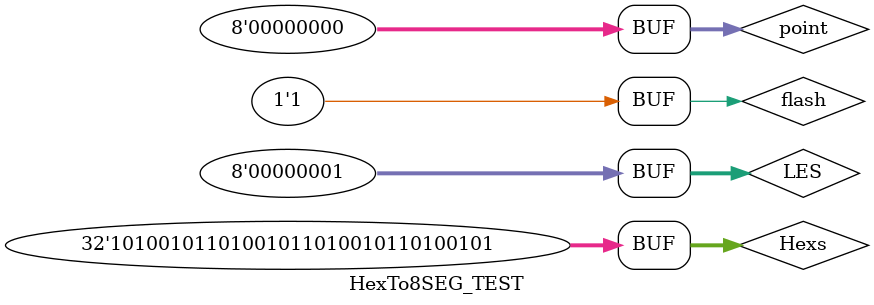
<source format=v>
`timescale 1ns / 1ps


module HexTo8SEG_TEST;

	// Inputs
	reg flash;
	reg [7:0] LES;
	reg [7:0] point;
	reg [31:0] Hexs;

	// Outputs
	wire [63:0] SEG_TXT;

	// Instantiate the Unit Under Test (UUT)
	HexTo8SEG uut (
		.flash(flash), 
		.LES(LES), 
		.point(point), 
		.Hexs(Hexs), 
		.SEG_TXT(SEG_TXT)
	);

	initial begin
		// Initialize Inputs
		flash = 1;
		LES = 1;
		point = 0;
		Hexs = 32'h12345678;
      #50;
		Hexs = 32'hA5A5A5A5;
      #50;
	end
      
endmodule


</source>
